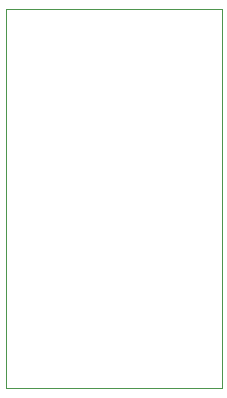
<source format=gm1>
%TF.GenerationSoftware,KiCad,Pcbnew,9.0.4*%
%TF.CreationDate,2025-10-26T13:38:01-07:00*%
%TF.ProjectId,db-collector,64622d63-6f6c-46c6-9563-746f722e6b69,rev?*%
%TF.SameCoordinates,Original*%
%TF.FileFunction,Profile,NP*%
%FSLAX46Y46*%
G04 Gerber Fmt 4.6, Leading zero omitted, Abs format (unit mm)*
G04 Created by KiCad (PCBNEW 9.0.4) date 2025-10-26 13:38:01*
%MOMM*%
%LPD*%
G01*
G04 APERTURE LIST*
%TA.AperFunction,Profile*%
%ADD10C,0.050000*%
%TD*%
G04 APERTURE END LIST*
D10*
X130660000Y-62672500D02*
X148940000Y-62672500D01*
X148940000Y-94745859D01*
X130660000Y-94745859D01*
X130660000Y-62672500D01*
M02*

</source>
